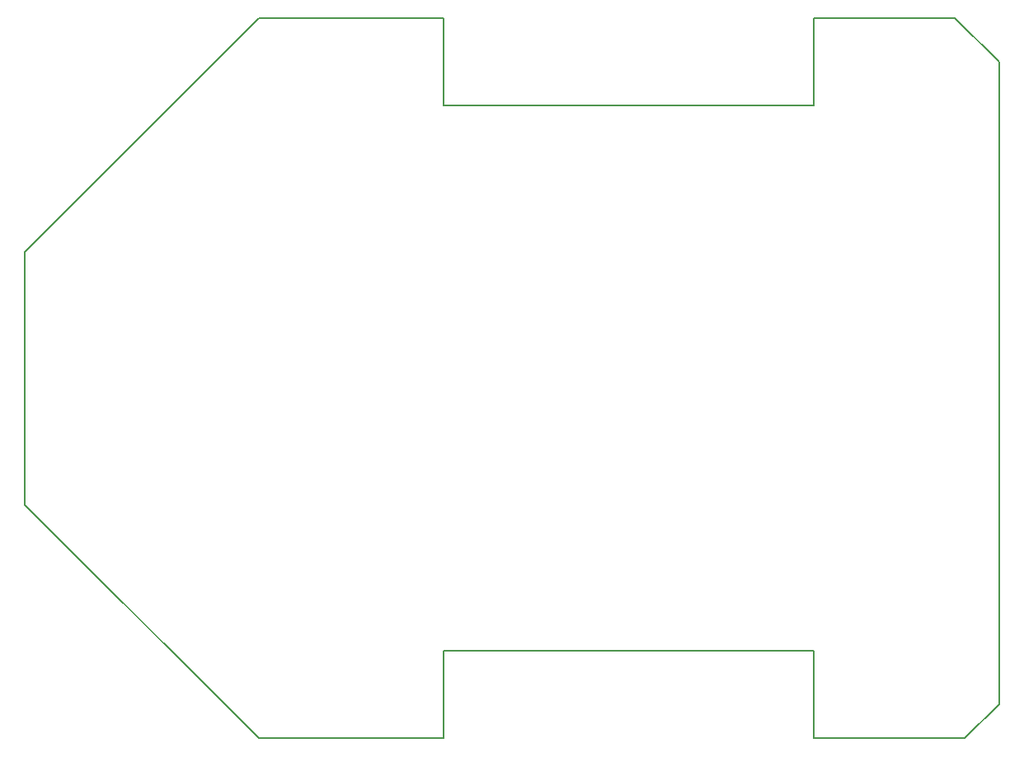
<source format=gm1>
G04 #@! TF.FileFunction,Profile,NP*
%FSLAX46Y46*%
G04 Gerber Fmt 4.6, Leading zero omitted, Abs format (unit mm)*
G04 Created by KiCad (PCBNEW 4.0.2-stable) date 4/6/2016 7:40:00 AM*
%MOMM*%
G01*
G04 APERTURE LIST*
%ADD10C,0.100000*%
%ADD11C,0.150000*%
G04 APERTURE END LIST*
D10*
D11*
X171000000Y-127000000D02*
X161000000Y-127000000D01*
X171000000Y-53000000D02*
X161000000Y-53000000D01*
X232500000Y-53000000D02*
X237000000Y-57500000D01*
X237000000Y-123500000D02*
X233500000Y-127000000D01*
X237000000Y-123500000D02*
X237000000Y-57500000D01*
X137000000Y-77000000D02*
X161000000Y-53000000D01*
X137000000Y-103000000D02*
X161000000Y-127000000D01*
X137000000Y-77000000D02*
X137000000Y-103000000D01*
X218000000Y-53000000D02*
X232500000Y-53000000D01*
X218000000Y-127000000D02*
X233500000Y-127000000D01*
X171000000Y-127000000D02*
X173000000Y-127000000D01*
X172000000Y-53000000D02*
X171000000Y-53000000D01*
X180000000Y-127000000D02*
X173000000Y-127000000D01*
X180000000Y-118000000D02*
X180000000Y-127000000D01*
X218000000Y-118000000D02*
X180000000Y-118000000D01*
X218000000Y-127000000D02*
X218000000Y-118000000D01*
X218000000Y-62000000D02*
X218000000Y-53000000D01*
X183000000Y-62000000D02*
X218000000Y-62000000D01*
X180000000Y-53000000D02*
X172000000Y-53000000D01*
X180000000Y-62000000D02*
X180000000Y-53000000D01*
X183000000Y-62000000D02*
X180000000Y-62000000D01*
M02*

</source>
